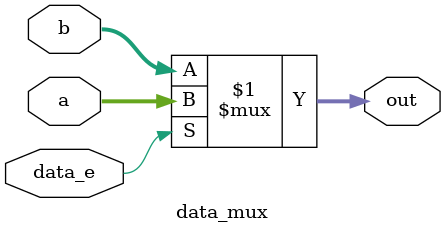
<source format=v>
module memory(
    input wire clk,
    input wire rst,
    input wire rd,
    input wire wrt,
    input wire [4:0] mux_addr,
    inout wire [7:0] data_bus

);

reg [7:0] mem_out ;

reg [7:0] memory[0:31];

assign data_bus = (rd && !wrt) ? mem_out : 8'bz ;

initial begin
    $readmemb("memory_init.bin", memory);
end

initial begin
    #1000
    $display("Memory[4] = %h", mem.memory[7]);  // in dạng hexa
end



always @(posedge clk or posedge rst) begin
    if (rst) begin
        mem_out <= 8'b0;
    end

    else if (wrt) begin
        memory[mux_addr] <= data_bus;
    end

    else if (rd && !wrt) begin
        mem_out <= memory[mux_addr];
    end

    else 
        mem_out <= mem_out ;
end

endmodule

module data_mux(
    input wire data_e,
    input wire [7:0] a,
    input wire [7:0] b,
    output wire [7:0] out
);

assign out = data_e ? a : b;

endmodule
</source>
